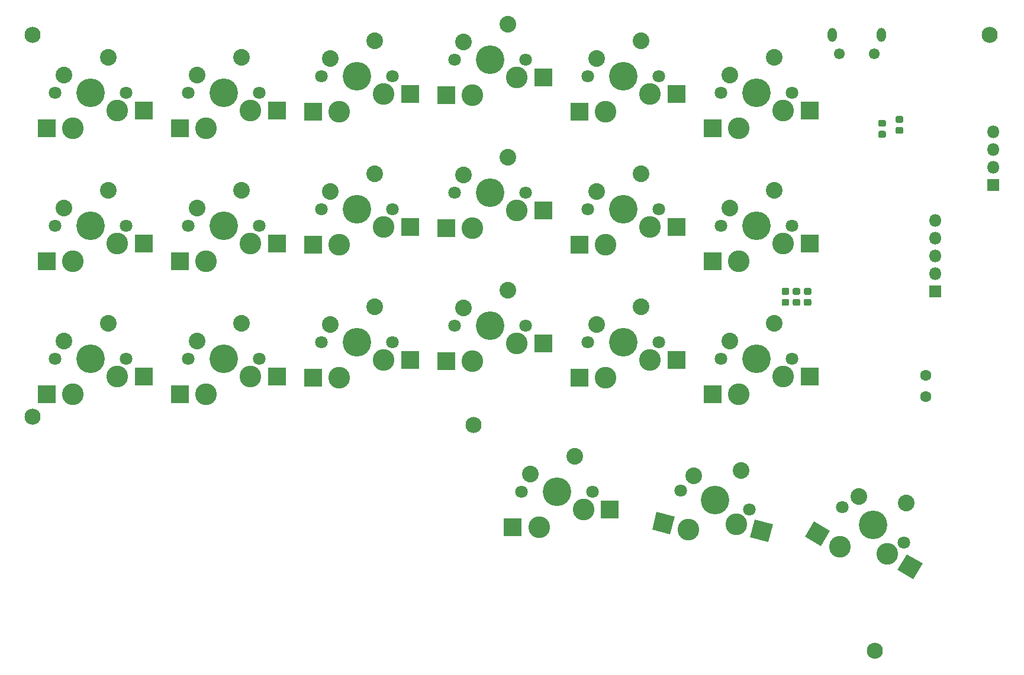
<source format=gbr>
G04 #@! TF.GenerationSoftware,KiCad,Pcbnew,(5.1.5-0-10_14)*
G04 #@! TF.CreationDate,2020-05-04T16:50:39-04:00*
G04 #@! TF.ProjectId,hardware,68617264-7761-4726-952e-6b696361645f,rev?*
G04 #@! TF.SameCoordinates,Original*
G04 #@! TF.FileFunction,Soldermask,Bot*
G04 #@! TF.FilePolarity,Negative*
%FSLAX46Y46*%
G04 Gerber Fmt 4.6, Leading zero omitted, Abs format (unit mm)*
G04 Created by KiCad (PCBNEW (5.1.5-0-10_14)) date 2020-05-04 16:50:39*
%MOMM*%
%LPD*%
G04 APERTURE LIST*
%ADD10R,2.651600X2.601600*%
%ADD11C,1.803400*%
%ADD12C,2.387600*%
%ADD13C,4.089400*%
%ADD14C,3.101600*%
%ADD15C,0.100000*%
%ADD16C,1.551600*%
%ADD17O,1.301600X2.001600*%
%ADD18R,1.801600X1.801600*%
%ADD19O,1.801600X1.801600*%
%ADD20C,2.301600*%
%ADD21C,1.601600*%
G04 APERTURE END LIST*
D10*
X64710000Y-40640000D03*
D11*
X52070000Y-38100000D03*
X62230000Y-38100000D03*
D12*
X53340000Y-35560000D03*
D13*
X57150000Y-38100000D03*
D12*
X59690000Y-33020000D03*
D14*
X60960000Y-40640000D03*
X54610000Y-43180000D03*
D10*
X50860000Y-43180000D03*
X64710000Y-59690000D03*
D11*
X52070000Y-57150000D03*
X62230000Y-57150000D03*
D12*
X53340000Y-54610000D03*
D13*
X57150000Y-57150000D03*
D12*
X59690000Y-52070000D03*
D14*
X60960000Y-59690000D03*
X54610000Y-62230000D03*
D10*
X50860000Y-62230000D03*
X64710000Y-78740000D03*
D11*
X52070000Y-76200000D03*
X62230000Y-76200000D03*
D12*
X53340000Y-73660000D03*
D13*
X57150000Y-76200000D03*
D12*
X59690000Y-71120000D03*
D14*
X60960000Y-78740000D03*
X54610000Y-81280000D03*
D10*
X50860000Y-81280000D03*
X83760000Y-40640000D03*
D11*
X71120000Y-38100000D03*
X81280000Y-38100000D03*
D12*
X72390000Y-35560000D03*
D13*
X76200000Y-38100000D03*
D12*
X78740000Y-33020000D03*
D14*
X80010000Y-40640000D03*
X73660000Y-43180000D03*
D10*
X69910000Y-43180000D03*
X83760000Y-59690000D03*
D11*
X71120000Y-57150000D03*
X81280000Y-57150000D03*
D12*
X72390000Y-54610000D03*
D13*
X76200000Y-57150000D03*
D12*
X78740000Y-52070000D03*
D14*
X80010000Y-59690000D03*
X73660000Y-62230000D03*
D10*
X69910000Y-62230000D03*
X83760000Y-78740000D03*
D11*
X71120000Y-76200000D03*
X81280000Y-76200000D03*
D12*
X72390000Y-73660000D03*
D13*
X76200000Y-76200000D03*
D12*
X78740000Y-71120000D03*
D14*
X80010000Y-78740000D03*
X73660000Y-81280000D03*
D10*
X69910000Y-81280000D03*
X102810000Y-38258750D03*
D11*
X90170000Y-35718750D03*
X100330000Y-35718750D03*
D12*
X91440000Y-33178750D03*
D13*
X95250000Y-35718750D03*
D12*
X97790000Y-30638750D03*
D14*
X99060000Y-38258750D03*
X92710000Y-40798750D03*
D10*
X88960000Y-40798750D03*
X102810000Y-57308750D03*
D11*
X90170000Y-54768750D03*
X100330000Y-54768750D03*
D12*
X91440000Y-52228750D03*
D13*
X95250000Y-54768750D03*
D12*
X97790000Y-49688750D03*
D14*
X99060000Y-57308750D03*
X92710000Y-59848750D03*
D10*
X88960000Y-59848750D03*
X102810000Y-76358750D03*
D11*
X90170000Y-73818750D03*
X100330000Y-73818750D03*
D12*
X91440000Y-71278750D03*
D13*
X95250000Y-73818750D03*
D12*
X97790000Y-68738750D03*
D14*
X99060000Y-76358750D03*
X92710000Y-78898750D03*
D10*
X88960000Y-78898750D03*
X121860000Y-35877500D03*
D11*
X109220000Y-33337500D03*
X119380000Y-33337500D03*
D12*
X110490000Y-30797500D03*
D13*
X114300000Y-33337500D03*
D12*
X116840000Y-28257500D03*
D14*
X118110000Y-35877500D03*
X111760000Y-38417500D03*
D10*
X108010000Y-38417500D03*
X121860000Y-54927500D03*
D11*
X109220000Y-52387500D03*
X119380000Y-52387500D03*
D12*
X110490000Y-49847500D03*
D13*
X114300000Y-52387500D03*
D12*
X116840000Y-47307500D03*
D14*
X118110000Y-54927500D03*
X111760000Y-57467500D03*
D10*
X108010000Y-57467500D03*
X121860000Y-73977500D03*
D11*
X109220000Y-71437500D03*
X119380000Y-71437500D03*
D12*
X110490000Y-68897500D03*
D13*
X114300000Y-71437500D03*
D12*
X116840000Y-66357500D03*
D14*
X118110000Y-73977500D03*
X111760000Y-76517500D03*
D10*
X108010000Y-76517500D03*
X131385000Y-97790000D03*
D11*
X118745000Y-95250000D03*
X128905000Y-95250000D03*
D12*
X120015000Y-92710000D03*
D13*
X123825000Y-95250000D03*
D12*
X126365000Y-90170000D03*
D14*
X127635000Y-97790000D03*
X121285000Y-100330000D03*
D10*
X117535000Y-100330000D03*
X140910000Y-38258750D03*
D11*
X128270000Y-35718750D03*
X138430000Y-35718750D03*
D12*
X129540000Y-33178750D03*
D13*
X133350000Y-35718750D03*
D12*
X135890000Y-30638750D03*
D14*
X137160000Y-38258750D03*
X130810000Y-40798750D03*
D10*
X127060000Y-40798750D03*
X140910000Y-57308750D03*
D11*
X128270000Y-54768750D03*
X138430000Y-54768750D03*
D12*
X129540000Y-52228750D03*
D13*
X133350000Y-54768750D03*
D12*
X135890000Y-49688750D03*
D14*
X137160000Y-57308750D03*
X130810000Y-59848750D03*
D10*
X127060000Y-59848750D03*
X140910000Y-76358750D03*
D11*
X128270000Y-73818750D03*
X138430000Y-73818750D03*
D12*
X129540000Y-71278750D03*
D13*
X133350000Y-73818750D03*
D12*
X135890000Y-68738750D03*
D14*
X137160000Y-76358750D03*
X130810000Y-78898750D03*
D10*
X127060000Y-78898750D03*
D15*
G36*
X151474578Y-101764083D02*
G01*
X152147921Y-99251130D01*
X154709170Y-99937415D01*
X154035827Y-102450368D01*
X151474578Y-101764083D01*
G37*
D11*
X141539972Y-95125824D03*
X151353778Y-97755426D03*
D12*
X143424098Y-93001073D03*
D13*
X146446875Y-96440625D03*
D12*
X150215127Y-92191122D03*
D14*
X149469652Y-99880177D03*
X142678623Y-100690128D03*
D15*
G36*
X137439105Y-100632890D02*
G01*
X138112448Y-98119937D01*
X140673697Y-98806222D01*
X140000354Y-101319175D01*
X137439105Y-100632890D01*
G37*
D10*
X159960000Y-40640000D03*
D11*
X147320000Y-38100000D03*
X157480000Y-38100000D03*
D12*
X148590000Y-35560000D03*
D13*
X152400000Y-38100000D03*
D12*
X154940000Y-33020000D03*
D14*
X156210000Y-40640000D03*
X149860000Y-43180000D03*
D10*
X146110000Y-43180000D03*
X159960000Y-59690000D03*
D11*
X147320000Y-57150000D03*
X157480000Y-57150000D03*
D12*
X148590000Y-54610000D03*
D13*
X152400000Y-57150000D03*
D12*
X154940000Y-52070000D03*
D14*
X156210000Y-59690000D03*
X149860000Y-62230000D03*
D10*
X146110000Y-62230000D03*
X159960000Y-78740000D03*
D11*
X147320000Y-76200000D03*
X157480000Y-76200000D03*
D12*
X148590000Y-73660000D03*
D13*
X152400000Y-76200000D03*
D12*
X154940000Y-71120000D03*
D14*
X156210000Y-78740000D03*
X149860000Y-81280000D03*
D10*
X146110000Y-81280000D03*
D15*
G36*
X172547326Y-106455831D02*
G01*
X173848126Y-104202779D01*
X176144478Y-105528579D01*
X174843678Y-107781631D01*
X172547326Y-106455831D01*
G37*
D11*
X164669341Y-97472500D03*
X173468159Y-102552500D03*
D12*
X167039193Y-95907795D03*
D13*
X169068750Y-100012500D03*
D12*
X173808455Y-96883091D03*
D14*
X171098307Y-104117205D03*
X164329045Y-103141909D03*
D15*
G36*
X159282874Y-101730535D02*
G01*
X160583674Y-99477483D01*
X162880026Y-100803283D01*
X161579226Y-103056335D01*
X159282874Y-101730535D01*
G37*
G36*
X170663381Y-43556576D02*
G01*
X170687081Y-43560091D01*
X170710323Y-43565913D01*
X170732882Y-43573985D01*
X170754542Y-43584229D01*
X170775092Y-43596547D01*
X170794337Y-43610819D01*
X170812090Y-43626910D01*
X170828181Y-43644663D01*
X170842453Y-43663908D01*
X170854771Y-43684458D01*
X170865015Y-43706118D01*
X170873087Y-43728677D01*
X170878909Y-43751919D01*
X170882424Y-43775619D01*
X170883600Y-43799550D01*
X170883600Y-44287850D01*
X170882424Y-44311781D01*
X170878909Y-44335481D01*
X170873087Y-44358723D01*
X170865015Y-44381282D01*
X170854771Y-44402942D01*
X170842453Y-44423492D01*
X170828181Y-44442737D01*
X170812090Y-44460490D01*
X170794337Y-44476581D01*
X170775092Y-44490853D01*
X170754542Y-44503171D01*
X170732882Y-44513415D01*
X170710323Y-44521487D01*
X170687081Y-44527309D01*
X170663381Y-44530824D01*
X170639450Y-44532000D01*
X170076150Y-44532000D01*
X170052219Y-44530824D01*
X170028519Y-44527309D01*
X170005277Y-44521487D01*
X169982718Y-44513415D01*
X169961058Y-44503171D01*
X169940508Y-44490853D01*
X169921263Y-44476581D01*
X169903510Y-44460490D01*
X169887419Y-44442737D01*
X169873147Y-44423492D01*
X169860829Y-44402942D01*
X169850585Y-44381282D01*
X169842513Y-44358723D01*
X169836691Y-44335481D01*
X169833176Y-44311781D01*
X169832000Y-44287850D01*
X169832000Y-43799550D01*
X169833176Y-43775619D01*
X169836691Y-43751919D01*
X169842513Y-43728677D01*
X169850585Y-43706118D01*
X169860829Y-43684458D01*
X169873147Y-43663908D01*
X169887419Y-43644663D01*
X169903510Y-43626910D01*
X169921263Y-43610819D01*
X169940508Y-43596547D01*
X169961058Y-43584229D01*
X169982718Y-43573985D01*
X170005277Y-43565913D01*
X170028519Y-43560091D01*
X170052219Y-43556576D01*
X170076150Y-43555400D01*
X170639450Y-43555400D01*
X170663381Y-43556576D01*
G37*
G36*
X170663381Y-41981576D02*
G01*
X170687081Y-41985091D01*
X170710323Y-41990913D01*
X170732882Y-41998985D01*
X170754542Y-42009229D01*
X170775092Y-42021547D01*
X170794337Y-42035819D01*
X170812090Y-42051910D01*
X170828181Y-42069663D01*
X170842453Y-42088908D01*
X170854771Y-42109458D01*
X170865015Y-42131118D01*
X170873087Y-42153677D01*
X170878909Y-42176919D01*
X170882424Y-42200619D01*
X170883600Y-42224550D01*
X170883600Y-42712850D01*
X170882424Y-42736781D01*
X170878909Y-42760481D01*
X170873087Y-42783723D01*
X170865015Y-42806282D01*
X170854771Y-42827942D01*
X170842453Y-42848492D01*
X170828181Y-42867737D01*
X170812090Y-42885490D01*
X170794337Y-42901581D01*
X170775092Y-42915853D01*
X170754542Y-42928171D01*
X170732882Y-42938415D01*
X170710323Y-42946487D01*
X170687081Y-42952309D01*
X170663381Y-42955824D01*
X170639450Y-42957000D01*
X170076150Y-42957000D01*
X170052219Y-42955824D01*
X170028519Y-42952309D01*
X170005277Y-42946487D01*
X169982718Y-42938415D01*
X169961058Y-42928171D01*
X169940508Y-42915853D01*
X169921263Y-42901581D01*
X169903510Y-42885490D01*
X169887419Y-42867737D01*
X169873147Y-42848492D01*
X169860829Y-42827942D01*
X169850585Y-42806282D01*
X169842513Y-42783723D01*
X169836691Y-42760481D01*
X169833176Y-42736781D01*
X169832000Y-42712850D01*
X169832000Y-42224550D01*
X169833176Y-42200619D01*
X169836691Y-42176919D01*
X169842513Y-42153677D01*
X169850585Y-42131118D01*
X169860829Y-42109458D01*
X169873147Y-42088908D01*
X169887419Y-42069663D01*
X169903510Y-42051910D01*
X169921263Y-42035819D01*
X169940508Y-42021547D01*
X169961058Y-42009229D01*
X169982718Y-41998985D01*
X170005277Y-41990913D01*
X170028519Y-41985091D01*
X170052219Y-41981576D01*
X170076150Y-41980400D01*
X170639450Y-41980400D01*
X170663381Y-41981576D01*
G37*
G36*
X173127181Y-41422776D02*
G01*
X173150881Y-41426291D01*
X173174123Y-41432113D01*
X173196682Y-41440185D01*
X173218342Y-41450429D01*
X173238892Y-41462747D01*
X173258137Y-41477019D01*
X173275890Y-41493110D01*
X173291981Y-41510863D01*
X173306253Y-41530108D01*
X173318571Y-41550658D01*
X173328815Y-41572318D01*
X173336887Y-41594877D01*
X173342709Y-41618119D01*
X173346224Y-41641819D01*
X173347400Y-41665750D01*
X173347400Y-42154050D01*
X173346224Y-42177981D01*
X173342709Y-42201681D01*
X173336887Y-42224923D01*
X173328815Y-42247482D01*
X173318571Y-42269142D01*
X173306253Y-42289692D01*
X173291981Y-42308937D01*
X173275890Y-42326690D01*
X173258137Y-42342781D01*
X173238892Y-42357053D01*
X173218342Y-42369371D01*
X173196682Y-42379615D01*
X173174123Y-42387687D01*
X173150881Y-42393509D01*
X173127181Y-42397024D01*
X173103250Y-42398200D01*
X172539950Y-42398200D01*
X172516019Y-42397024D01*
X172492319Y-42393509D01*
X172469077Y-42387687D01*
X172446518Y-42379615D01*
X172424858Y-42369371D01*
X172404308Y-42357053D01*
X172385063Y-42342781D01*
X172367310Y-42326690D01*
X172351219Y-42308937D01*
X172336947Y-42289692D01*
X172324629Y-42269142D01*
X172314385Y-42247482D01*
X172306313Y-42224923D01*
X172300491Y-42201681D01*
X172296976Y-42177981D01*
X172295800Y-42154050D01*
X172295800Y-41665750D01*
X172296976Y-41641819D01*
X172300491Y-41618119D01*
X172306313Y-41594877D01*
X172314385Y-41572318D01*
X172324629Y-41550658D01*
X172336947Y-41530108D01*
X172351219Y-41510863D01*
X172367310Y-41493110D01*
X172385063Y-41477019D01*
X172404308Y-41462747D01*
X172424858Y-41450429D01*
X172446518Y-41440185D01*
X172469077Y-41432113D01*
X172492319Y-41426291D01*
X172516019Y-41422776D01*
X172539950Y-41421600D01*
X173103250Y-41421600D01*
X173127181Y-41422776D01*
G37*
G36*
X173127181Y-42997776D02*
G01*
X173150881Y-43001291D01*
X173174123Y-43007113D01*
X173196682Y-43015185D01*
X173218342Y-43025429D01*
X173238892Y-43037747D01*
X173258137Y-43052019D01*
X173275890Y-43068110D01*
X173291981Y-43085863D01*
X173306253Y-43105108D01*
X173318571Y-43125658D01*
X173328815Y-43147318D01*
X173336887Y-43169877D01*
X173342709Y-43193119D01*
X173346224Y-43216819D01*
X173347400Y-43240750D01*
X173347400Y-43729050D01*
X173346224Y-43752981D01*
X173342709Y-43776681D01*
X173336887Y-43799923D01*
X173328815Y-43822482D01*
X173318571Y-43844142D01*
X173306253Y-43864692D01*
X173291981Y-43883937D01*
X173275890Y-43901690D01*
X173258137Y-43917781D01*
X173238892Y-43932053D01*
X173218342Y-43944371D01*
X173196682Y-43954615D01*
X173174123Y-43962687D01*
X173150881Y-43968509D01*
X173127181Y-43972024D01*
X173103250Y-43973200D01*
X172539950Y-43973200D01*
X172516019Y-43972024D01*
X172492319Y-43968509D01*
X172469077Y-43962687D01*
X172446518Y-43954615D01*
X172424858Y-43944371D01*
X172404308Y-43932053D01*
X172385063Y-43917781D01*
X172367310Y-43901690D01*
X172351219Y-43883937D01*
X172336947Y-43864692D01*
X172324629Y-43844142D01*
X172314385Y-43822482D01*
X172306313Y-43799923D01*
X172300491Y-43776681D01*
X172296976Y-43752981D01*
X172295800Y-43729050D01*
X172295800Y-43240750D01*
X172296976Y-43216819D01*
X172300491Y-43193119D01*
X172306313Y-43169877D01*
X172314385Y-43147318D01*
X172324629Y-43125658D01*
X172336947Y-43105108D01*
X172351219Y-43085863D01*
X172367310Y-43068110D01*
X172385063Y-43052019D01*
X172404308Y-43037747D01*
X172424858Y-43025429D01*
X172446518Y-43015185D01*
X172469077Y-43007113D01*
X172492319Y-43001291D01*
X172516019Y-42997776D01*
X172539950Y-42996600D01*
X173103250Y-42996600D01*
X173127181Y-42997776D01*
G37*
D16*
X169251000Y-32519600D03*
X164251000Y-32519600D03*
D17*
X170251000Y-29819600D03*
X163251000Y-29819600D03*
D18*
X186258200Y-51308000D03*
D19*
X186258200Y-48768000D03*
X186258200Y-46228000D03*
X186258200Y-43688000D03*
D15*
G36*
X158411056Y-66057601D02*
G01*
X158434756Y-66061116D01*
X158457998Y-66066938D01*
X158480557Y-66075010D01*
X158502217Y-66085254D01*
X158522767Y-66097572D01*
X158542012Y-66111844D01*
X158559765Y-66127935D01*
X158575856Y-66145688D01*
X158590128Y-66164933D01*
X158602446Y-66185483D01*
X158612690Y-66207143D01*
X158620762Y-66229702D01*
X158626584Y-66252944D01*
X158630099Y-66276644D01*
X158631275Y-66300575D01*
X158631275Y-66788875D01*
X158630099Y-66812806D01*
X158626584Y-66836506D01*
X158620762Y-66859748D01*
X158612690Y-66882307D01*
X158602446Y-66903967D01*
X158590128Y-66924517D01*
X158575856Y-66943762D01*
X158559765Y-66961515D01*
X158542012Y-66977606D01*
X158522767Y-66991878D01*
X158502217Y-67004196D01*
X158480557Y-67014440D01*
X158457998Y-67022512D01*
X158434756Y-67028334D01*
X158411056Y-67031849D01*
X158387125Y-67033025D01*
X157823825Y-67033025D01*
X157799894Y-67031849D01*
X157776194Y-67028334D01*
X157752952Y-67022512D01*
X157730393Y-67014440D01*
X157708733Y-67004196D01*
X157688183Y-66991878D01*
X157668938Y-66977606D01*
X157651185Y-66961515D01*
X157635094Y-66943762D01*
X157620822Y-66924517D01*
X157608504Y-66903967D01*
X157598260Y-66882307D01*
X157590188Y-66859748D01*
X157584366Y-66836506D01*
X157580851Y-66812806D01*
X157579675Y-66788875D01*
X157579675Y-66300575D01*
X157580851Y-66276644D01*
X157584366Y-66252944D01*
X157590188Y-66229702D01*
X157598260Y-66207143D01*
X157608504Y-66185483D01*
X157620822Y-66164933D01*
X157635094Y-66145688D01*
X157651185Y-66127935D01*
X157668938Y-66111844D01*
X157688183Y-66097572D01*
X157708733Y-66085254D01*
X157730393Y-66075010D01*
X157752952Y-66066938D01*
X157776194Y-66061116D01*
X157799894Y-66057601D01*
X157823825Y-66056425D01*
X158387125Y-66056425D01*
X158411056Y-66057601D01*
G37*
G36*
X158411056Y-67632601D02*
G01*
X158434756Y-67636116D01*
X158457998Y-67641938D01*
X158480557Y-67650010D01*
X158502217Y-67660254D01*
X158522767Y-67672572D01*
X158542012Y-67686844D01*
X158559765Y-67702935D01*
X158575856Y-67720688D01*
X158590128Y-67739933D01*
X158602446Y-67760483D01*
X158612690Y-67782143D01*
X158620762Y-67804702D01*
X158626584Y-67827944D01*
X158630099Y-67851644D01*
X158631275Y-67875575D01*
X158631275Y-68363875D01*
X158630099Y-68387806D01*
X158626584Y-68411506D01*
X158620762Y-68434748D01*
X158612690Y-68457307D01*
X158602446Y-68478967D01*
X158590128Y-68499517D01*
X158575856Y-68518762D01*
X158559765Y-68536515D01*
X158542012Y-68552606D01*
X158522767Y-68566878D01*
X158502217Y-68579196D01*
X158480557Y-68589440D01*
X158457998Y-68597512D01*
X158434756Y-68603334D01*
X158411056Y-68606849D01*
X158387125Y-68608025D01*
X157823825Y-68608025D01*
X157799894Y-68606849D01*
X157776194Y-68603334D01*
X157752952Y-68597512D01*
X157730393Y-68589440D01*
X157708733Y-68579196D01*
X157688183Y-68566878D01*
X157668938Y-68552606D01*
X157651185Y-68536515D01*
X157635094Y-68518762D01*
X157620822Y-68499517D01*
X157608504Y-68478967D01*
X157598260Y-68457307D01*
X157590188Y-68434748D01*
X157584366Y-68411506D01*
X157580851Y-68387806D01*
X157579675Y-68363875D01*
X157579675Y-67875575D01*
X157580851Y-67851644D01*
X157584366Y-67827944D01*
X157590188Y-67804702D01*
X157598260Y-67782143D01*
X157608504Y-67760483D01*
X157620822Y-67739933D01*
X157635094Y-67720688D01*
X157651185Y-67702935D01*
X157668938Y-67686844D01*
X157688183Y-67672572D01*
X157708733Y-67660254D01*
X157730393Y-67650010D01*
X157752952Y-67641938D01*
X157776194Y-67636116D01*
X157799894Y-67632601D01*
X157823825Y-67631425D01*
X158387125Y-67631425D01*
X158411056Y-67632601D01*
G37*
G36*
X159998556Y-66057601D02*
G01*
X160022256Y-66061116D01*
X160045498Y-66066938D01*
X160068057Y-66075010D01*
X160089717Y-66085254D01*
X160110267Y-66097572D01*
X160129512Y-66111844D01*
X160147265Y-66127935D01*
X160163356Y-66145688D01*
X160177628Y-66164933D01*
X160189946Y-66185483D01*
X160200190Y-66207143D01*
X160208262Y-66229702D01*
X160214084Y-66252944D01*
X160217599Y-66276644D01*
X160218775Y-66300575D01*
X160218775Y-66788875D01*
X160217599Y-66812806D01*
X160214084Y-66836506D01*
X160208262Y-66859748D01*
X160200190Y-66882307D01*
X160189946Y-66903967D01*
X160177628Y-66924517D01*
X160163356Y-66943762D01*
X160147265Y-66961515D01*
X160129512Y-66977606D01*
X160110267Y-66991878D01*
X160089717Y-67004196D01*
X160068057Y-67014440D01*
X160045498Y-67022512D01*
X160022256Y-67028334D01*
X159998556Y-67031849D01*
X159974625Y-67033025D01*
X159411325Y-67033025D01*
X159387394Y-67031849D01*
X159363694Y-67028334D01*
X159340452Y-67022512D01*
X159317893Y-67014440D01*
X159296233Y-67004196D01*
X159275683Y-66991878D01*
X159256438Y-66977606D01*
X159238685Y-66961515D01*
X159222594Y-66943762D01*
X159208322Y-66924517D01*
X159196004Y-66903967D01*
X159185760Y-66882307D01*
X159177688Y-66859748D01*
X159171866Y-66836506D01*
X159168351Y-66812806D01*
X159167175Y-66788875D01*
X159167175Y-66300575D01*
X159168351Y-66276644D01*
X159171866Y-66252944D01*
X159177688Y-66229702D01*
X159185760Y-66207143D01*
X159196004Y-66185483D01*
X159208322Y-66164933D01*
X159222594Y-66145688D01*
X159238685Y-66127935D01*
X159256438Y-66111844D01*
X159275683Y-66097572D01*
X159296233Y-66085254D01*
X159317893Y-66075010D01*
X159340452Y-66066938D01*
X159363694Y-66061116D01*
X159387394Y-66057601D01*
X159411325Y-66056425D01*
X159974625Y-66056425D01*
X159998556Y-66057601D01*
G37*
G36*
X159998556Y-67632601D02*
G01*
X160022256Y-67636116D01*
X160045498Y-67641938D01*
X160068057Y-67650010D01*
X160089717Y-67660254D01*
X160110267Y-67672572D01*
X160129512Y-67686844D01*
X160147265Y-67702935D01*
X160163356Y-67720688D01*
X160177628Y-67739933D01*
X160189946Y-67760483D01*
X160200190Y-67782143D01*
X160208262Y-67804702D01*
X160214084Y-67827944D01*
X160217599Y-67851644D01*
X160218775Y-67875575D01*
X160218775Y-68363875D01*
X160217599Y-68387806D01*
X160214084Y-68411506D01*
X160208262Y-68434748D01*
X160200190Y-68457307D01*
X160189946Y-68478967D01*
X160177628Y-68499517D01*
X160163356Y-68518762D01*
X160147265Y-68536515D01*
X160129512Y-68552606D01*
X160110267Y-68566878D01*
X160089717Y-68579196D01*
X160068057Y-68589440D01*
X160045498Y-68597512D01*
X160022256Y-68603334D01*
X159998556Y-68606849D01*
X159974625Y-68608025D01*
X159411325Y-68608025D01*
X159387394Y-68606849D01*
X159363694Y-68603334D01*
X159340452Y-68597512D01*
X159317893Y-68589440D01*
X159296233Y-68579196D01*
X159275683Y-68566878D01*
X159256438Y-68552606D01*
X159238685Y-68536515D01*
X159222594Y-68518762D01*
X159208322Y-68499517D01*
X159196004Y-68478967D01*
X159185760Y-68457307D01*
X159177688Y-68434748D01*
X159171866Y-68411506D01*
X159168351Y-68387806D01*
X159167175Y-68363875D01*
X159167175Y-67875575D01*
X159168351Y-67851644D01*
X159171866Y-67827944D01*
X159177688Y-67804702D01*
X159185760Y-67782143D01*
X159196004Y-67760483D01*
X159208322Y-67739933D01*
X159222594Y-67720688D01*
X159238685Y-67702935D01*
X159256438Y-67686844D01*
X159275683Y-67672572D01*
X159296233Y-67660254D01*
X159317893Y-67650010D01*
X159340452Y-67641938D01*
X159363694Y-67636116D01*
X159387394Y-67632601D01*
X159411325Y-67631425D01*
X159974625Y-67631425D01*
X159998556Y-67632601D01*
G37*
G36*
X156823556Y-67632601D02*
G01*
X156847256Y-67636116D01*
X156870498Y-67641938D01*
X156893057Y-67650010D01*
X156914717Y-67660254D01*
X156935267Y-67672572D01*
X156954512Y-67686844D01*
X156972265Y-67702935D01*
X156988356Y-67720688D01*
X157002628Y-67739933D01*
X157014946Y-67760483D01*
X157025190Y-67782143D01*
X157033262Y-67804702D01*
X157039084Y-67827944D01*
X157042599Y-67851644D01*
X157043775Y-67875575D01*
X157043775Y-68363875D01*
X157042599Y-68387806D01*
X157039084Y-68411506D01*
X157033262Y-68434748D01*
X157025190Y-68457307D01*
X157014946Y-68478967D01*
X157002628Y-68499517D01*
X156988356Y-68518762D01*
X156972265Y-68536515D01*
X156954512Y-68552606D01*
X156935267Y-68566878D01*
X156914717Y-68579196D01*
X156893057Y-68589440D01*
X156870498Y-68597512D01*
X156847256Y-68603334D01*
X156823556Y-68606849D01*
X156799625Y-68608025D01*
X156236325Y-68608025D01*
X156212394Y-68606849D01*
X156188694Y-68603334D01*
X156165452Y-68597512D01*
X156142893Y-68589440D01*
X156121233Y-68579196D01*
X156100683Y-68566878D01*
X156081438Y-68552606D01*
X156063685Y-68536515D01*
X156047594Y-68518762D01*
X156033322Y-68499517D01*
X156021004Y-68478967D01*
X156010760Y-68457307D01*
X156002688Y-68434748D01*
X155996866Y-68411506D01*
X155993351Y-68387806D01*
X155992175Y-68363875D01*
X155992175Y-67875575D01*
X155993351Y-67851644D01*
X155996866Y-67827944D01*
X156002688Y-67804702D01*
X156010760Y-67782143D01*
X156021004Y-67760483D01*
X156033322Y-67739933D01*
X156047594Y-67720688D01*
X156063685Y-67702935D01*
X156081438Y-67686844D01*
X156100683Y-67672572D01*
X156121233Y-67660254D01*
X156142893Y-67650010D01*
X156165452Y-67641938D01*
X156188694Y-67636116D01*
X156212394Y-67632601D01*
X156236325Y-67631425D01*
X156799625Y-67631425D01*
X156823556Y-67632601D01*
G37*
G36*
X156823556Y-66057601D02*
G01*
X156847256Y-66061116D01*
X156870498Y-66066938D01*
X156893057Y-66075010D01*
X156914717Y-66085254D01*
X156935267Y-66097572D01*
X156954512Y-66111844D01*
X156972265Y-66127935D01*
X156988356Y-66145688D01*
X157002628Y-66164933D01*
X157014946Y-66185483D01*
X157025190Y-66207143D01*
X157033262Y-66229702D01*
X157039084Y-66252944D01*
X157042599Y-66276644D01*
X157043775Y-66300575D01*
X157043775Y-66788875D01*
X157042599Y-66812806D01*
X157039084Y-66836506D01*
X157033262Y-66859748D01*
X157025190Y-66882307D01*
X157014946Y-66903967D01*
X157002628Y-66924517D01*
X156988356Y-66943762D01*
X156972265Y-66961515D01*
X156954512Y-66977606D01*
X156935267Y-66991878D01*
X156914717Y-67004196D01*
X156893057Y-67014440D01*
X156870498Y-67022512D01*
X156847256Y-67028334D01*
X156823556Y-67031849D01*
X156799625Y-67033025D01*
X156236325Y-67033025D01*
X156212394Y-67031849D01*
X156188694Y-67028334D01*
X156165452Y-67022512D01*
X156142893Y-67014440D01*
X156121233Y-67004196D01*
X156100683Y-66991878D01*
X156081438Y-66977606D01*
X156063685Y-66961515D01*
X156047594Y-66943762D01*
X156033322Y-66924517D01*
X156021004Y-66903967D01*
X156010760Y-66882307D01*
X156002688Y-66859748D01*
X155996866Y-66836506D01*
X155993351Y-66812806D01*
X155992175Y-66788875D01*
X155992175Y-66300575D01*
X155993351Y-66276644D01*
X155996866Y-66252944D01*
X156002688Y-66229702D01*
X156010760Y-66207143D01*
X156021004Y-66185483D01*
X156033322Y-66164933D01*
X156047594Y-66145688D01*
X156063685Y-66127935D01*
X156081438Y-66111844D01*
X156100683Y-66097572D01*
X156121233Y-66085254D01*
X156142893Y-66075010D01*
X156165452Y-66066938D01*
X156188694Y-66061116D01*
X156212394Y-66057601D01*
X156236325Y-66056425D01*
X156799625Y-66056425D01*
X156823556Y-66057601D01*
G37*
D20*
X48815625Y-29765625D03*
X185737500Y-29765625D03*
X169354500Y-118046500D03*
X111918750Y-85725000D03*
D18*
X177977800Y-66548000D03*
D19*
X177977800Y-64008000D03*
X177977800Y-61468000D03*
X177977800Y-58928000D03*
X177977800Y-56388000D03*
D21*
X176555400Y-78613000D03*
X176555400Y-81661000D03*
D20*
X48815625Y-84534375D03*
M02*

</source>
